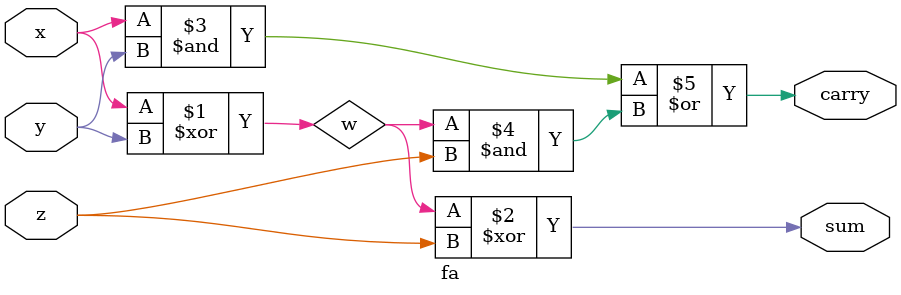
<source format=v>
`timescale 1ns / 1ps


module fa(x,y,z,sum, carry);

output sum,carry;
input x,y,z;

wire w;	
	assign 	 w = x ^ y;
        assign	 sum = w ^ z;
	assign 	 carry = (x & y)|(w & z);
endmodule


</source>
